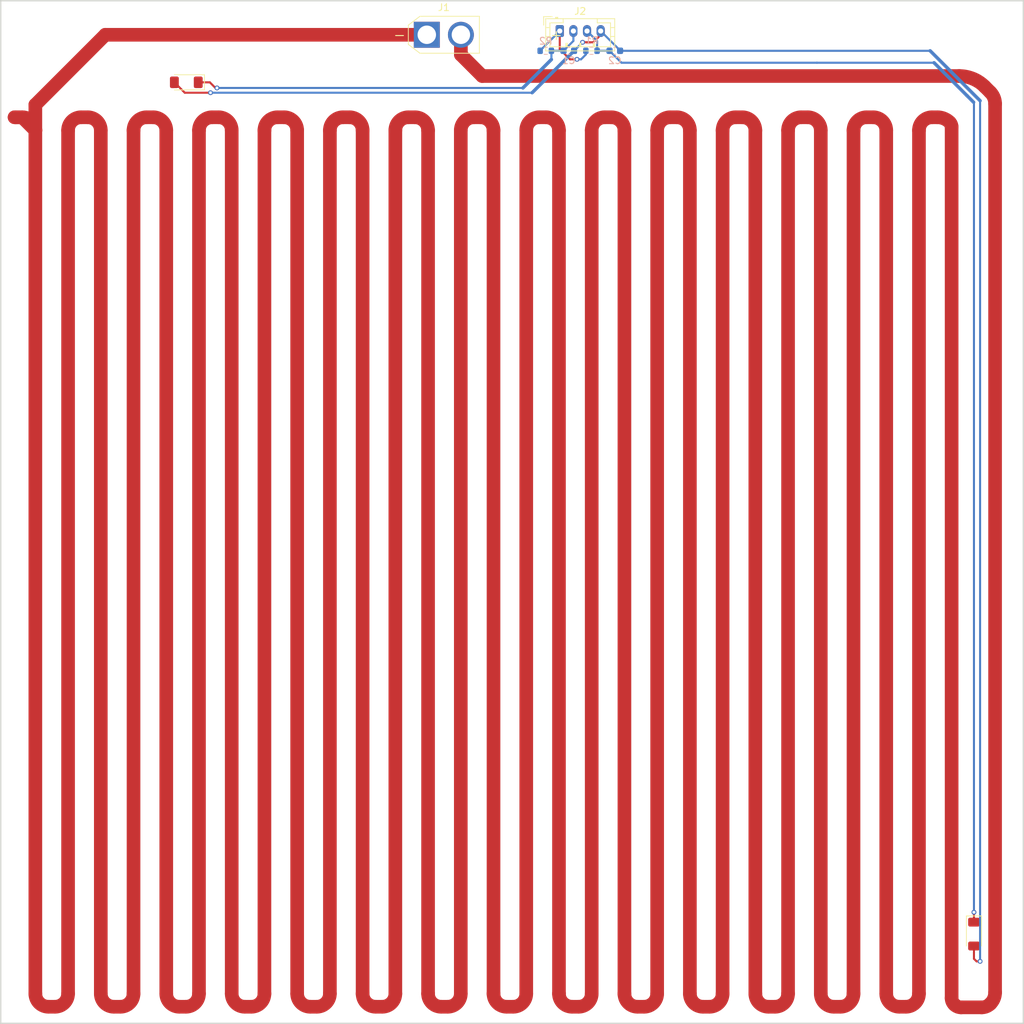
<source format=kicad_pcb>
(kicad_pcb (version 20241229) (generator "pcbnew") (generator_version "9.0")
  (layers (0 "F.Cu" signal) (2 "B.Cu" signal) (13 "F.Paste" user) (15 "B.Paste" user) (5 "F.SilkS" user "F.Silkscreen") (7 "B.SilkS" user "B.Silkscreen") (1 "F.Mask" user) (3 "B.Mask" user) (25 "Edge.Cuts" user))
  (net 0 "")
  (net 1 "Net-(J1-Pin_1)")
  (net 2 "/NTC_1")
  (net 3 "GND")
  (net 4 "/NTC_2")
  (net 5 "+3.3V")
  (footprint "Connector_JST:JST_PH_B4B-PH-K_1x04_P2.00mm_Vertical" (layer "F.Cu") (at 106.125 38.45)
    (property "Reference" "J2" (at 3 -2.9 0) (layer "F.SilkS"))
    (property "Value" "Conn_01x04")
    (fp_line (start -2.36 -2.11) (end -2.36 -0.86) (stroke (width 0.12)) (layer "F.SilkS"))
    (fp_line (start -2.06 -1.81) (end -2.06 2.91) (stroke (width 0.12)) (layer "F.SilkS"))
    (fp_line (start -2.06 -0.5) (end -1.45 -0.5) (stroke (width 0.12)) (layer "F.SilkS"))
    (fp_line (start -2.06 0.8) (end -1.45 0.8) (stroke (width 0.12)) (layer "F.SilkS"))
    (fp_line (start -2.06 2.91) (end 8.06 2.91) (stroke (width 0.12)) (layer "F.SilkS"))
    (fp_line (start -1.45 -1.2) (end -1.45 2.3) (stroke (width 0.12)) (layer "F.SilkS"))
    (fp_line (start -1.45 2.3) (end 7.45 2.3) (stroke (width 0.12)) (layer "F.SilkS"))
    (fp_line (start -1.11 -2.11) (end -2.36 -2.11) (stroke (width 0.12)) (layer "F.SilkS"))
    (fp_line (start -0.6 -2.01) (end -0.6 -1.81) (stroke (width 0.12)) (layer "F.SilkS"))
    (fp_line (start -0.3 -2.01) (end -0.6 -2.01) (stroke (width 0.12)) (layer "F.SilkS"))
    (fp_line (start -0.3 -1.91) (end -0.6 -1.91) (stroke (width 0.12)) (layer "F.SilkS"))
    (fp_line (start -0.3 -1.81) (end -0.3 -2.01) (stroke (width 0.12)) (layer "F.SilkS"))
    (fp_line (start 0.5 -1.81) (end 0.5 -1.2) (stroke (width 0.12)) (layer "F.SilkS"))
    (fp_line (start 0.5 -1.2) (end -1.45 -1.2) (stroke (width 0.12)) (layer "F.SilkS"))
    (fp_line (start 0.9 1.8) (end 1.1 1.8) (stroke (width 0.12)) (layer "F.SilkS"))
    (fp_line (start 0.9 2.3) (end 0.9 1.8) (stroke (width 0.12)) (layer "F.SilkS"))
    (fp_line (start 1 2.3) (end 1 1.8) (stroke (width 0.12)) (layer "F.SilkS"))
    (fp_line (start 1.1 1.8) (end 1.1 2.3) (stroke (width 0.12)) (layer "F.SilkS"))
    (fp_line (start 2.9 1.8) (end 3.1 1.8) (stroke (width 0.12)) (layer "F.SilkS"))
    (fp_line (start 2.9 2.3) (end 2.9 1.8) (stroke (width 0.12)) (layer "F.SilkS"))
    (fp_line (start 3 2.3) (end 3 1.8) (stroke (width 0.12)) (layer "F.SilkS"))
    (fp_line (start 3.1 1.8) (end 3.1 2.3) (stroke (width 0.12)) (layer "F.SilkS"))
    (fp_line (start 4.9 1.8) (end 5.1 1.8) (stroke (width 0.12)) (layer "F.SilkS"))
    (fp_line (start 4.9 2.3) (end 4.9 1.8) (stroke (width 0.12)) (layer "F.SilkS"))
    (fp_line (start 5 2.3) (end 5 1.8) (stroke (width 0.12)) (layer "F.SilkS"))
    (fp_line (start 5.1 1.8) (end 5.1 2.3) (stroke (width 0.12)) (layer "F.SilkS"))
    (fp_line (start 5.5 -1.2) (end 5.5 -1.81) (stroke (width 0.12)) (layer "F.SilkS"))
    (fp_line (start 7.45 -1.2) (end 5.5 -1.2) (stroke (width 0.12)) (layer "F.SilkS"))
    (fp_line (start 7.45 2.3) (end 7.45 -1.2) (stroke (width 0.12)) (layer "F.SilkS"))
    (fp_line (start 8.06 -1.81) (end -2.06 -1.81) (stroke (width 0.12)) (layer "F.SilkS"))
    (fp_line (start 8.06 -0.5) (end 7.45 -0.5) (stroke (width 0.12)) (layer "F.SilkS"))
    (fp_line (start 8.06 0.8) (end 7.45 0.8) (stroke (width 0.12)) (layer "F.SilkS"))
    (fp_line (start 8.06 2.91) (end 8.06 -1.81) (stroke (width 0.12)) (layer "F.SilkS"))
    (pad "1" thru_hole roundrect (at 0 0) (size 1.2 1.75) (drill 0.75) (layers "*.Cu" "*.Mask") (roundrect_rratio 0.208333) (net 5 "+3.3V"))
    (pad "2" thru_hole oval (at 2 0) (size 1.2 1.75) (drill 0.75) (layers "*.Cu" "*.Mask") (net 2 "/NTC_1"))
    (pad "3" thru_hole oval (at 4 0) (size 1.2 1.75) (drill 0.75) (layers "*.Cu" "*.Mask") (net 4 "/NTC_2"))
    (pad "4" thru_hole oval (at 6 0) (size 1.2 1.75) (drill 0.75) (layers "*.Cu" "*.Mask") (net 3 "GND"))
  )
  (footprint "Diode_SMD:D_MiniMELF" (layer "F.Cu") (at 51.35 45.975 180)
    (property "Reference" "TH1" (hide yes))
    (property "Value" "Thermistor_NTC")
    (fp_line (start 1.75 -1.11) (end -2.66 -1.11) (stroke (width 0.12)) (layer "F.SilkS"))
    (fp_line (start -2.66 1.11) (end 1.75 1.11) (stroke (width 0.12)) (layer "F.SilkS"))
    (fp_line (start -2.66 -1.11) (end -2.66 1.11) (stroke (width 0.12)) (layer "F.SilkS"))
    (pad "1" smd roundrect (at -1.75 0 180) (size 1.3 1.7) (layers "F.Cu" "F.Mask" "F.Paste") (roundrect_rratio 0.1923076923) (net 2 "/NTC_1"))
    (pad "2" smd roundrect (at 1.75 0 180) (size 1.3 1.7) (layers "F.Cu" "F.Mask" "F.Paste") (roundrect_rratio 0.1923076923) (net 3 "GND"))
  )
  (footprint "Diode_SMD:D_MiniMELF" (layer "F.Cu") (at 166.875 170.9 -90)
    (property "Reference" "TH2" (hide yes))
    (property "Value" "Thermistor_NTC")
    (fp_line (start -2.66 1.11) (end 1.75 1.11) (stroke (width 0.12)) (layer "F.SilkS"))
    (fp_line (start -2.66 -1.11) (end -2.66 1.11) (stroke (width 0.12)) (layer "F.SilkS"))
    (fp_line (start 1.75 -1.11) (end -2.66 -1.11) (stroke (width 0.12)) (layer "F.SilkS"))
    (pad "1" smd roundrect (at -1.75 0 270) (size 1.3 1.7) (layers "F.Cu" "F.Mask" "F.Paste") (roundrect_rratio 0.1923076923) (net 4 "/NTC_2"))
    (pad "2" smd roundrect (at 1.75 0 270) (size 1.3 1.7) (layers "F.Cu" "F.Mask" "F.Paste") (roundrect_rratio 0.1923076923) (net 3 "GND"))
  )
  (footprint "Connector_AMASS:AMASS_XT30U-M_1x02_P5.0mm_Vertical" (layer "F.Cu") (at 86.625 39)
    (property "Reference" "J1" (at 2.5 -4 0) (layer "F.SilkS"))
    (property "Value" "Conn_01x02")
    (fp_line (start -2.71 -1.41) (end -2.71 1.41) (stroke (width 0.12)) (layer "F.SilkS"))
    (fp_line (start -2.71 -1.41) (end -1.01 -2.71) (stroke (width 0.12)) (layer "F.SilkS"))
    (fp_line (start -2.71 1.41) (end -1.01 2.71) (stroke (width 0.12)) (layer "F.SilkS"))
    (fp_line (start -1.01 -2.71) (end 7.71 -2.71) (stroke (width 0.12)) (layer "F.SilkS"))
    (fp_line (start -1.01 2.71) (end 7.71 2.71) (stroke (width 0.12)) (layer "F.SilkS"))
    (fp_line (start 7.71 -2.71) (end 7.71 2.71) (stroke (width 0.12)) (layer "F.SilkS"))
    (fp_text user "-" (at -4 0 0) (layer "F.SilkS") (effects (font (size 1.5 1.5))))
    (fp_text user "+" (at 19 0 0) (layer "F.SilkS") (effects (font (size 1.5 1.5))))
    (pad "1" thru_hole rect (at 0 0) (size 3.8 3.8) (drill 2.7) (layers "*.Cu" "*.Mask") (net 1 "Net-(J1-Pin_1)"))
    (pad "2" thru_hole circle (at 5 0) (size 3.8 3.8) (drill 2.7) (layers "*.Cu" "*.Mask") (net 1 "Net-(J1-Pin_1)"))
  )
  (footprint "Resistor_SMD:R_0603_1608Metric" (layer "B.Cu") (at 110.775 41.35 180)
    (property "Reference" "R1" (at -0.05 1.51 0) (layer "B.SilkS") (effects (justify mirror)))
    (property "Value" "150R")
    (fp_line (start -0.237258 0.5225) (end 0.237258 0.5225) (stroke (width 0.12)) (layer "B.SilkS"))
    (fp_line (start -0.237258 -0.5225) (end 0.237258 -0.5225) (stroke (width 0.12)) (layer "B.SilkS"))
    (pad "1" smd roundrect (at -0.825 0 180) (size 0.8 0.95) (layers "B.Cu" "B.Mask" "B.Paste") (net 4 "/NTC_2"))
    (pad "2" smd roundrect (at 0.825 0 180) (size 0.8 0.95) (layers "B.Cu" "B.Mask" "B.Paste") (net 5 "+3.3V"))
  )
  (footprint "Capacitor_SMD:C_0603_1608Metric" (layer "B.Cu") (at 114.2 41.35)
    (property "Reference" "C2" (at 0 1.43 0) (layer "B.SilkS") (effects (justify mirror)))
    (property "Value" "100nF")
    (fp_line (start -0.14058 -0.51) (end 0.14058 -0.51) (stroke (width 0.12)) (layer "B.SilkS"))
    (fp_line (start -0.14058 0.51) (end 0.14058 0.51) (stroke (width 0.12)) (layer "B.SilkS"))
    (pad "1" smd roundrect (at -0.775 0) (size 0.9 0.95) (layers "B.Cu" "B.Mask" "B.Paste") (net 4 "/NTC_2"))
    (pad "2" smd roundrect (at 0.775 0) (size 0.9 0.95) (layers "B.Cu" "B.Mask" "B.Paste") (net 3 "GND"))
  )
  (footprint "Capacitor_SMD:C_0603_1608Metric" (layer "B.Cu") (at 107.45 41.35)
    (property "Reference" "C1" (at 0 1.43 0) (layer "B.SilkS") (effects (justify mirror)))
    (property "Value" "100nF")
    (fp_line (start -0.14058 -0.51) (end 0.14058 -0.51) (stroke (width 0.12)) (layer "B.SilkS"))
    (fp_line (start -0.14058 0.51) (end 0.14058 0.51) (stroke (width 0.12)) (layer "B.SilkS"))
    (pad "1" smd roundrect (at -0.775 0) (size 0.9 0.95) (layers "B.Cu" "B.Mask" "B.Paste") (net 2 "/NTC_1"))
    (pad "2" smd roundrect (at 0.775 0) (size 0.9 0.95) (layers "B.Cu" "B.Mask" "B.Paste") (net 3 "GND"))
  )
  (footprint "Resistor_SMD:R_0603_1608Metric" (layer "B.Cu") (at 104.075 41.35 180)
    (property "Reference" "R2" (at 0 1.43 0) (layer "B.SilkS") (effects (justify mirror)))
    (property "Value" "150R")
    (fp_line (start -0.237258 0.5225) (end 0.237258 0.5225) (stroke (width 0.12)) (layer "B.SilkS"))
    (fp_line (start -0.237258 -0.5225) (end 0.237258 -0.5225) (stroke (width 0.12)) (layer "B.SilkS"))
    (pad "1" smd roundrect (at -0.825 0 180) (size 0.8 0.95) (layers "B.Cu" "B.Mask" "B.Paste") (net 2 "/NTC_1"))
    (pad "2" smd roundrect (at 0.825 0 180) (size 0.8 0.95) (layers "B.Cu" "B.Mask" "B.Paste") (net 5 "+3.3V"))
  )
  (gr_rect (start 24.125 34) (end 174.125 184) (stroke (width 0.2)) (fill no) (layer "Edge.Cuts"))
  (segment (start 91.625 41.925) (end 91.625 39) (width 2) (layer "F.Cu") (net 1))
  (segment (start 99.290437 181.56) (end 98.330437 181.56) (width 2) (layer "F.Cu") (net 1))
  (segment (start 152.090437 51.1) (end 151.130437 51.1) (width 2) (layer "F.Cu") (net 1))
  (segment (start 41.690437 181.56) (end 40.730437 181.56) (width 2) (layer "F.Cu") (net 1))
  (segment (start 62.810437 53.02) (end 62.810437 179.64) (width 2) (layer "F.Cu") (net 1))
  (segment (start 58.010437 179.64) (end 58.010437 53.02) (width 2) (layer "F.Cu") (net 1))
  (segment (start 36.890437 51.1) (end 35.930437 51.1) (width 2) (layer "F.Cu") (net 1))
  (segment (start 26.1625 51.1) (end 27.290437 51.1) (width 2) (layer "F.Cu") (net 1))
  (segment (start 53.210437 53.02) (end 53.210437 179.64) (width 2) (layer "F.Cu") (net 1))
  (segment (start 169.275 47.425) (end 168.454595 46.604595) (width 2) (layer "F.Cu") (net 1))
  (segment (start 94.490437 51.1) (end 93.530437 51.1) (width 2) (layer "F.Cu") (net 1))
  (segment (start 144.410437 179.64) (end 144.410437 53.02) (width 2) (layer "F.Cu") (net 1))
  (segment (start 164.990685 181.65) (end 168.007538 181.65) (width 2) (layer "F.Cu") (net 1))
  (segment (start 38.810437 179.64) (end 38.810437 53.02) (width 2) (layer "F.Cu") (net 1))
  (segment (start 96.410437 179.64) (end 96.410437 53.02) (width 2) (layer "F.Cu") (net 1))
  (segment (start 115.610437 179.64) (end 115.610437 53.02) (width 2) (layer "F.Cu") (net 1))
  (segment (start 123.290437 51.1) (end 122.330437 51.1) (width 2) (layer "F.Cu") (net 1))
  (segment (start 134.810437 179.64) (end 134.810437 53.02) (width 2) (layer "F.Cu") (net 1))
  (segment (start 91.610437 53.02) (end 91.610437 179.64) (width 2) (layer "F.Cu") (net 1))
  (segment (start 56.090437 51.1) (end 55.130437 51.1) (width 2) (layer "F.Cu") (net 1))
  (segment (start 32.090437 181.56) (end 31.130437 181.56) (width 2) (layer "F.Cu") (net 1))
  (segment (start 139.610437 53.02) (end 139.610437 179.64) (width 2) (layer "F.Cu") (net 1))
  (segment (start 156.890437 181.56) (end 155.930437 181.56) (width 2) (layer "F.Cu") (net 1))
  (segment (start 34.010437 53.02) (end 34.010437 179.64) (width 2) (layer "F.Cu") (net 1))
  (segment (start 70.490437 181.56) (end 69.530437 181.56) (width 2) (layer "F.Cu") (net 1))
  (segment (start 80.090437 181.56) (end 79.130437 181.56) (width 2) (layer "F.Cu") (net 1))
  (segment (start 51.290437 181.56) (end 50.330437 181.56) (width 2) (layer "F.Cu") (net 1))
  (segment (start 132.890437 51.1) (end 131.930437 51.1) (width 2) (layer "F.Cu") (net 1))
  (segment (start 120.410437 53.02) (end 120.410437 179.64) (width 2) (layer "F.Cu") (net 1))
  (segment (start 149.210437 53.02) (end 149.210437 179.64) (width 2) (layer "F.Cu") (net 1))
  (segment (start 43.610437 53.02) (end 43.610437 179.64) (width 2) (layer "F.Cu") (net 1))
  (segment (start 46.490437 51.1) (end 45.530437 51.1) (width 2) (layer "F.Cu") (net 1))
  (segment (start 137.690437 181.56) (end 136.730437 181.56) (width 2) (layer "F.Cu") (net 1))
  (segment (start 101.210437 53.02) (end 101.210437 179.64) (width 2) (layer "F.Cu") (net 1))
  (segment (start 26.330437 51.1) (end 26.1625 51.1) (width 2) (layer "F.Cu") (net 1))
  (segment (start 77.210437 179.64) (end 77.210437 53.02) (width 2) (layer "F.Cu") (net 1))
  (segment (start 94.75 45.05) (end 91.625 41.925) (width 2) (layer "F.Cu") (net 1))
  (segment (start 163.971231 181.196231) (end 164.025 181.25) (width 2) (layer "F.Cu") (net 1))
  (segment (start 104.090437 51.1) (end 103.130437 51.1) (width 2) (layer "F.Cu") (net 1))
  (segment (start 60.890437 181.56) (end 59.930437 181.56) (width 2) (layer "F.Cu") (net 1))
  (segment (start 27.290437 51.1) (end 26.330437 51.1) (width 2) (layer "F.Cu") (net 1))
  (segment (start 29.210437 49.264563) (end 39.475 39) (width 2) (layer "F.Cu") (net 1))
  (segment (start 27.290437 51.1) (end 29.210437 53.02) (width 2) (layer "F.Cu") (net 1))
  (segment (start 48.410437 179.64) (end 48.410437 53.02) (width 2) (layer "F.Cu") (net 1))
  (segment (start 29.210437 53.02) (end 29.210437 49.264563) (width 2) (layer "F.Cu") (net 1))
  (segment (start 130.010437 53.02) (end 130.010437 179.64) (width 2) (layer "F.Cu") (net 1))
  (segment (start 169.975 179.467443) (end 169.975 49.114949) (width 2) (layer "F.Cu") (net 1))
  (segment (start 154.010437 179.64) (end 154.010437 53.02) (width 2) (layer "F.Cu") (net 1))
  (segment (start 158.810437 53.02) (end 158.810437 179.64) (width 2) (layer "F.Cu") (net 1))
  (segment (start 128.090437 181.56) (end 127.130437 181.56) (width 2) (layer "F.Cu") (net 1))
  (segment (start 29.210437 179.64) (end 29.210437 53.02) (width 2) (layer "F.Cu") (net 1))
  (segment (start 142.490437 51.1) (end 141.530437 51.1) (width 2) (layer "F.Cu") (net 1))
  (segment (start 169.275 181.125) (end 169.298375 181.10096) (width 2) (layer "F.Cu") (net 1))
  (segment (start 82.010437 53.02) (end 82.010437 179.64) (width 2) (layer "F.Cu") (net 1))
  (segment (start 39.475 39) (end 86.625 39) (width 2) (layer "F.Cu") (net 1))
  (segment (start 163.6 52.513909) (end 163.6 180.3) (width 2) (layer "F.Cu") (net 1))
  (segment (start 89.690437 181.56) (end 88.730437 181.56) (width 2) (layer "F.Cu") (net 1))
  (segment (start 65.690437 51.1) (end 64.730437 51.1) (width 2) (layer "F.Cu") (net 1))
  (segment (start 86.810437 179.64) (end 86.810437 53.02) (width 2) (layer "F.Cu") (net 1))
  (segment (start 67.610437 179.64) (end 67.610437 53.02) (width 2) (layer "F.Cu") (net 1))
  (segment (start 84.890437 51.1) (end 83.930437 51.1) (width 2) (layer "F.Cu") (net 1))
  (segment (start 72.410437 53.02) (end 72.410437 179.64) (width 2) (layer "F.Cu") (net 1))
  (segment (start 118.490437 181.56) (end 117.530437 181.56) (width 2) (layer "F.Cu") (net 1))
  (segment (start 113.690437 51.1) (end 112.730437 51.1) (width 2) (layer "F.Cu") (net 1))
  (segment (start 106.010437 179.64) (end 106.010437 53.02) (width 2) (layer "F.Cu") (net 1))
  (segment (start 110.810437 53.02) (end 110.810437 179.64) (width 2) (layer "F.Cu") (net 1))
  (segment (start 108.890437 181.56) (end 107.930437 181.56) (width 2) (layer "F.Cu") (net 1))
  (segment (start 125.210437 179.64) (end 125.210437 53.02) (width 2) (layer "F.Cu") (net 1))
  (segment (start 160.730437 51.1) (end 161.51434 51.1) (width 2) (layer "F.Cu") (net 1))
  (segment (start 164.701471 45.05) (end 94.75 45.05) (width 2) (layer "F.Cu") (net 1))
  (segment (start 75.290437 51.1) (end 74.330437 51.1) (width 2) (layer "F.Cu") (net 1))
  (segment (start 147.290437 181.56) (end 146.330437 181.56) (width 2) (layer "F.Cu") (net 1))
  (arc (start 43.610437 179.64) (mid 43.048082 180.997645) (end 41.690437 181.56) (width 2) (layer "F.Cu") (net 1))
  (arc (start 40.730437 181.56) (mid 39.372792 180.997645) (end 38.810437 179.64) (width 2) (layer "F.Cu") (net 1))
  (arc (start 103.130437 51.1) (mid 101.772792 51.662355) (end 101.210437 53.02) (width 2) (layer "F.Cu") (net 1))
  (arc (start 77.210437 53.02) (mid 76.648082 51.662355) (end 75.290437 51.1) (width 2) (layer "F.Cu") (net 1))
  (arc (start 67.610437 53.02) (mid 67.048082 51.662355) (end 65.690437 51.1) (width 2) (layer "F.Cu") (net 1))
  (arc (start 154.010437 53.02) (mid 153.448082 51.662355) (end 152.090437 51.1) (width 2) (layer "F.Cu") (net 1))
  (arc (start 131.930437 51.1) (mid 130.572792 51.662355) (end 130.010437 53.02) (width 2) (layer "F.Cu") (net 1))
  (arc (start 144.410437 53.02) (mid 143.848082 51.662355) (end 142.490437 51.1) (width 2) (layer "F.Cu") (net 1))
  (arc (start 139.610437 179.64) (mid 139.048082 180.997645) (end 137.690437 181.56) (width 2) (layer "F.Cu") (net 1))
  (arc (start 59.930437 181.56) (mid 58.572792 180.997645) (end 58.010437 179.64) (width 2) (layer "F.Cu") (net 1))
  (arc (start 74.330437 51.1) (mid 72.972792 51.662355) (end 72.410437 53.02) (width 2) (layer "F.Cu") (net 1))
  (arc (start 53.210437 179.64) (mid 52.648082 180.997645) (end 51.290437 181.56) (width 2) (layer "F.Cu") (net 1))
  (arc (start 69.530437 181.56) (mid 68.172792 180.997645) (end 67.610437 179.64) (width 2) (layer "F.Cu") (net 1))
  (arc (start 93.530437 51.1) (mid 92.172792 51.662355) (end 91.610437 53.02) (width 2) (layer "F.Cu") (net 1))
  (arc (start 115.610437 53.02) (mid 115.048082 51.662355) (end 113.690437 51.1) (width 2) (layer "F.Cu") (net 1))
  (arc (start 86.810437 53.02) (mid 86.248082 51.662355) (end 84.890437 51.1) (width 2) (layer "F.Cu") (net 1))
  (arc (start 35.930437 51.1) (mid 34.572792 51.662355) (end 34.010437 53.02) (width 2) (layer "F.Cu") (net 1))
  (arc (start 136.730437 181.56) (mid 135.372792 180.997645) (end 134.810437 179.64) (width 2) (layer "F.Cu") (net 1))
  (arc (start 79.130437 181.56) (mid 77.772792 180.997645) (end 77.210437 179.64) (width 2) (layer "F.Cu") (net 1))
  (arc (start 48.410437 53.02) (mid 47.848082 51.662355) (end 46.490437 51.1) (width 2) (layer "F.Cu") (net 1))
  (arc (start 134.810437 53.02) (mid 134.248082 51.662355) (end 132.890437 51.1) (width 2) (layer "F.Cu") (net 1))
  (arc (start 83.930437 51.1) (mid 82.572792 51.662355) (end 82.010437 53.02) (width 2) (layer "F.Cu") (net 1))
  (arc (start 125.210437 53.02) (mid 124.648082 51.662355) (end 123.290437 51.1) (width 2) (layer "F.Cu") (net 1))
  (arc (start 168.007538 181.65) (mid 168.693483 181.513557) (end 169.275 181.125) (width 2) (layer "F.Cu") (net 1))
  (arc (start 169.298375 181.10096) (mid 169.799151 180.351496) (end 169.975 179.467443) (width 2) (layer "F.Cu") (net 1))
  (arc (start 163.325 51.85) (mid 163.52853 52.154604) (end 163.6 52.513909) (width 2) (layer "F.Cu") (net 1))
  (arc (start 112.730437 51.1) (mid 111.372792 51.662355) (end 110.810437 53.02) (width 2) (layer "F.Cu") (net 1))
  (arc (start 110.810437 179.64) (mid 110.248082 180.997645) (end 108.890437 181.56) (width 2) (layer "F.Cu") (net 1))
  (arc (start 62.810437 179.64) (mid 62.248082 180.997645) (end 60.890437 181.56) (width 2) (layer "F.Cu") (net 1))
  (arc (start 117.530437 181.56) (mid 116.172792 180.997645) (end 115.610437 179.64) (width 2) (layer "F.Cu") (net 1))
  (arc (start 130.010437 179.64) (mid 129.448082 180.997645) (end 128.090437 181.56) (width 2) (layer "F.Cu") (net 1))
  (arc (start 141.530437 51.1) (mid 140.172792 51.662355) (end 139.610437 53.02) (width 2) (layer "F.Cu") (net 1))
  (arc (start 169.975 49.114949) (mid 169.793076 48.200355) (end 169.275 47.425) (width 2) (layer "F.Cu") (net 1))
  (arc (start 164.025 181.25) (mid 164.46806 181.546043) (end 164.990685 181.65) (width 2) (layer "F.Cu") (net 1))
  (arc (start 161.51434 51.1) (mid 162.494262 51.294918) (end 163.325 51.85) (width 2) (layer "F.Cu") (net 1))
  (arc (start 107.930437 181.56) (mid 106.572792 180.997645) (end 106.010437 179.64) (width 2) (layer "F.Cu") (net 1))
  (arc (start 91.610437 179.64) (mid 91.048082 180.997645) (end 89.690437 181.56) (width 2) (layer "F.Cu") (net 1))
  (arc (start 101.210437 179.64) (mid 100.648082 180.997645) (end 99.290437 181.56) (width 2) (layer "F.Cu") (net 1))
  (arc (start 29.210437 53.02) (mid 28.648082 51.662355) (end 27.290437 51.1) (width 2) (layer "F.Cu") (net 1))
  (arc (start 120.410437 179.64) (mid 119.848082 180.997645) (end 118.490437 181.56) (width 2) (layer "F.Cu") (net 1))
  (arc (start 38.810437 53.02) (mid 38.248082 51.662355) (end 36.890437 51.1) (width 2) (layer "F.Cu") (net 1))
  (arc (start 122.330437 51.1) (mid 120.972792 51.662355) (end 120.410437 53.02) (width 2) (layer "F.Cu") (net 1))
  (arc (start 146.330437 181.56) (mid 144.972792 180.997645) (end 144.410437 179.64) (width 2) (layer "F.Cu") (net 1))
  (arc (start 98.330437 181.56) (mid 96.972792 180.997645) (end 96.410437 179.64) (width 2) (layer "F.Cu") (net 1))
  (arc (start 151.130437 51.1) (mid 149.772792 51.662355) (end 149.210437 53.02) (width 2) (layer "F.Cu") (net 1))
  (arc (start 168.454595 46.604595) (mid 166.732647 45.454026) (end 164.701471 45.05) (width 2) (layer "F.Cu") (net 1))
  (arc (start 160.730437 51.1) (mid 159.372792 51.662355) (end 158.810437 53.02) (width 2) (layer "F.Cu") (net 1))
  (arc (start 64.730437 51.1) (mid 63.372792 51.662355) (end 62.810437 53.02) (width 2) (layer "F.Cu") (net 1))
  (arc (start 45.530437 51.1) (mid 44.172792 51.662355) (end 43.610437 53.02) (width 2) (layer "F.Cu") (net 1))
  (arc (start 163.6 180.3) (mid 163.69648 180.785037) (end 163.971231 181.196231) (width 2) (layer "F.Cu") (net 1))
  (arc (start 82.010437 179.64) (mid 81.448082 180.997645) (end 80.090437 181.56) (width 2) (layer "F.Cu") (net 1))
  (arc (start 34.010437 179.64) (mid 33.448082 180.997645) (end 32.090437 181.56) (width 2) (layer "F.Cu") (net 1))
  (arc (start 127.130437 181.56) (mid 125.772792 180.997645) (end 125.210437 179.64) (width 2) (layer "F.Cu") (net 1))
  (arc (start 72.410437 179.64) (mid 71.848082 180.997645) (end 70.490437 181.56) (width 2) (layer "F.Cu") (net 1))
  (arc (start 88.730437 181.56) (mid 87.372792 180.997645) (end 86.810437 179.64) (width 2) (layer "F.Cu") (net 1))
  (arc (start 158.810437 179.64) (mid 158.248082 180.997645) (end 156.890437 181.56) (width 2) (layer "F.Cu") (net 1))
  (arc (start 106.010437 53.02) (mid 105.448082 51.662355) (end 104.090437 51.1) (width 2) (layer "F.Cu") (net 1))
  (arc (start 155.930437 181.56) (mid 154.572792 180.997645) (end 154.010437 179.64) (width 2) (layer "F.Cu") (net 1))
  (arc (start 58.010437 53.02) (mid 57.448082 51.662355) (end 56.090437 51.1) (width 2) (layer "F.Cu") (net 1))
  (arc (start 149.210437 179.64) (mid 148.648082 180.997645) (end 147.290437 181.56) (width 2) (layer "F.Cu") (net 1))
  (arc (start 96.410437 53.02) (mid 95.848082 51.662355) (end 94.490437 51.1) (width 2) (layer "F.Cu") (net 1))
  (arc (start 31.130437 181.56) (mid 29.772792 180.997645) (end 29.210437 179.64) (width 2) (layer "F.Cu") (net 1))
  (arc (start 55.130437 51.1) (mid 53.772792 51.662355) (end 53.210437 53.02) (width 2) (layer "F.Cu") (net 1))
  (arc (start 50.330437 181.56) (mid 48.972792 180.997645) (end 48.410437 179.64) (width 2) (layer "F.Cu") (net 1))
  (segment (start 55.625 46.8) (end 54.8 45.975) (width 0.3) (layer "F.Cu") (net 2))
  (segment (start 55.85 46.8) (end 55.625 46.8) (width 0.3) (layer "F.Cu") (net 2))
  (segment (start 54.8 45.975) (end 53.1 45.975) (width 0.3) (layer "F.Cu") (net 2))
  (via (at 55.85 46.8) (size 0.7) (drill 0.4) (layers "F.Cu" "B.Cu") (net 2))
  (segment (start 55.85 46.8) (end 100.725 46.8) (width 0.3) (layer "B.Cu") (net 2))
  (segment (start 104.9 41.35) (end 106.675 41.35) (width 0.3) (layer "B.Cu") (net 2))
  (segment (start 108.125 39.9) (end 108.125 38.45) (width 0.3) (layer "B.Cu") (net 2))
  (segment (start 104.9 42.625) (end 104.9 41.35) (width 0.3) (layer "B.Cu") (net 2))
  (segment (start 106.675 41.35) (end 108.125 39.9) (width 0.3) (layer "B.Cu") (net 2))
  (segment (start 100.725 46.8) (end 104.9 42.625) (width 0.5) (layer "B.Cu") (net 2))
  (segment (start 112.125 39.025) (end 112.125 38.45) (width 0.3) (layer "F.Cu") (net 3))
  (segment (start 111.05 40.1) (end 112.125 39.025) (width 0.3) (layer "F.Cu") (net 3))
  (segment (start 54.9 47.5) (end 51.125 47.5) (width 0.3) (layer "F.Cu") (net 3))
  (segment (start 109.475 40.1) (end 111.05 40.1) (width 0.3) (layer "F.Cu") (net 3))
  (segment (start 51.125 47.5) (end 49.6 45.975) (width 0.3) (layer "F.Cu") (net 3))
  (segment (start 166.875 174.525) (end 166.875 172.65) (width 0.3) (layer "F.Cu") (net 3))
  (segment (start 167.25 174.9) (end 166.875 174.525) (width 0.3) (layer "F.Cu") (net 3))
  (segment (start 167.775 174.9) (end 167.25 174.9) (width 0.3) (layer "F.Cu") (net 3))
  (via (at 167.775 174.9) (size 0.7) (drill 0.4) (layers "F.Cu" "B.Cu") (net 3))
  (via (at 54.9 47.5) (size 0.7) (drill 0.4) (layers "F.Cu" "B.Cu") (net 3))
  (via (at 109.475 40.1) (size 0.7) (drill 0.4) (layers "F.Cu" "B.Cu") (net 3))
  (segment (start 114.975 41.35) (end 114.975 41.3) (width 0.3) (layer "B.Cu") (net 3))
  (segment (start 114.975 41.35) (end 160.45 41.35) (width 0.3) (layer "B.Cu") (net 3))
  (segment (start 114.975 41.3) (end 112.125 38.45) (width 0.3) (layer "B.Cu") (net 3))
  (segment (start 167.775 48.675) (end 167.775 174.9) (width 0.3) (layer "B.Cu") (net 3))
  (segment (start 109.475 40.1) (end 108.225 41.35) (width 0.3) (layer "B.Cu") (net 3))
  (segment (start 54.9 47.5) (end 102.075 47.5) (width 0.3) (layer "B.Cu") (net 3))
  (segment (start 160.45 41.35) (end 167.775 48.675) (width 0.5) (layer "B.Cu") (net 3))
  (segment (start 102.075 47.5) (end 108.225 41.35) (width 0.5) (layer "B.Cu") (net 3))
  (segment (start 166.875 167.7) (end 166.875 169.15) (width 0.3) (layer "F.Cu") (net 4))
  (via (at 166.875 167.7) (size 0.7) (drill 0.4) (layers "F.Cu" "B.Cu") (net 4))
  (segment (start 113.425 41.35) (end 115.175 43.1) (width 0.3) (layer "B.Cu") (net 4))
  (segment (start 166.875 48.95) (end 166.825 48.9) (width 0.3) (layer "B.Cu") (net 4))
  (segment (start 166.875 167.7) (end 166.875 48.95) (width 0.3) (layer "B.Cu") (net 4))
  (segment (start 113.425 41.35) (end 111.6 41.35) (width 0.3) (layer "B.Cu") (net 4))
  (segment (start 111.6 41.35) (end 111.6 39.925) (width 0.3) (layer "B.Cu") (net 4))
  (segment (start 143.85 43.1) (end 161.025 43.1) (width 0.3) (layer "B.Cu") (net 4))
  (segment (start 115.175 43.1) (end 143.85 43.1) (width 0.3) (layer "B.Cu") (net 4))
  (segment (start 166.825 48.9) (end 165.875 47.95) (width 0.5) (layer "B.Cu") (net 4))
  (segment (start 111.6 39.925) (end 110.125 38.45) (width 0.3) (layer "B.Cu") (net 4))
  (segment (start 161.025 43.1) (end 165.875 47.95) (width 0.5) (layer "B.Cu") (net 4))
  (segment (start 108.65 42.6) (end 107.625 42.6) (width 0.3) (layer "F.Cu") (net 5))
  (segment (start 107.625 42.6) (end 106.125 41.1) (width 0.3) (layer "F.Cu") (net 5))
  (segment (start 106.125 41.1) (end 106.125 38.45) (width 0.3) (layer "F.Cu") (net 5))
  (via (at 108.65 42.6) (size 0.7) (drill 0.4) (layers "F.Cu" "B.Cu") (net 5))
  (segment (start 103.25 41.325) (end 106.125 38.45) (width 0.3) (layer "B.Cu") (net 5))
  (segment (start 109.5 42.35) (end 109.25 42.6) (width 0.3) (layer "B.Cu") (net 5))
  (segment (start 103.25 41.35) (end 103.25 41.325) (width 0.3) (layer "B.Cu") (net 5))
  (segment (start 109.95 41.9) (end 109.5 42.35) (width 0.3) (layer "B.Cu") (net 5))
  (segment (start 109.95 41.35) (end 109.95 41.9) (width 0.3) (layer "B.Cu") (net 5))
  (segment (start 109.25 42.6) (end 108.65 42.6) (width 0.3) (layer "B.Cu") (net 5))
)
</source>
